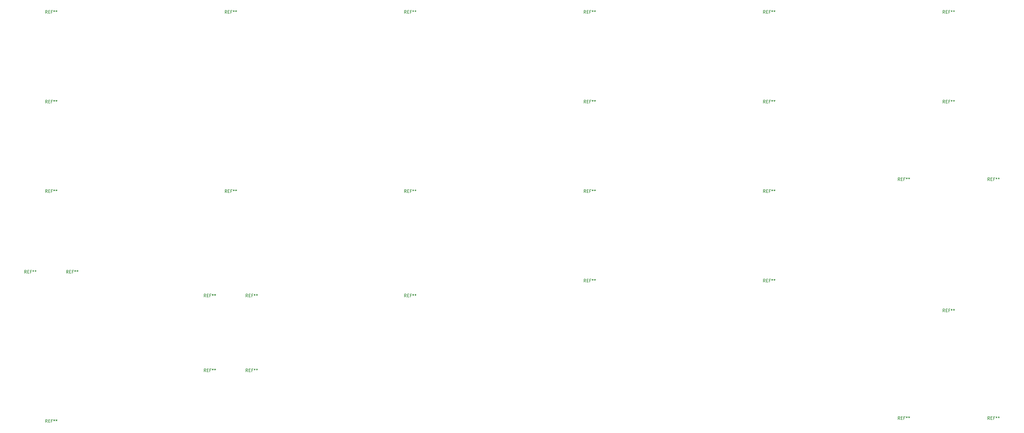
<source format=gbr>
%TF.GenerationSoftware,KiCad,Pcbnew,5.99.0+really5.1.10+dfsg1-1*%
%TF.CreationDate,2021-12-27T14:24:10+01:00*%
%TF.ProjectId,polykit-panel,706f6c79-6b69-4742-9d70-616e656c2e6b,v1.0.0*%
%TF.SameCoordinates,Original*%
%TF.FileFunction,Legend,Top*%
%TF.FilePolarity,Positive*%
%FSLAX46Y46*%
G04 Gerber Fmt 4.6, Leading zero omitted, Abs format (unit mm)*
G04 Created by KiCad (PCBNEW 5.99.0+really5.1.10+dfsg1-1) date 2021-12-27 14:24:10*
%MOMM*%
%LPD*%
G01*
G04 APERTURE LIST*
%ADD10C,0.150000*%
G04 APERTURE END LIST*
%TO.C,REF\u002A\u002A*%
D10*
X-93333333Y-152952380D02*
X-93666666Y-152476190D01*
X-93904761Y-152952380D02*
X-93904761Y-151952380D01*
X-93523809Y-151952380D01*
X-93428571Y-152000000D01*
X-93380952Y-152047619D01*
X-93333333Y-152142857D01*
X-93333333Y-152285714D01*
X-93380952Y-152380952D01*
X-93428571Y-152428571D01*
X-93523809Y-152476190D01*
X-93904761Y-152476190D01*
X-92904761Y-152428571D02*
X-92571428Y-152428571D01*
X-92428571Y-152952380D02*
X-92904761Y-152952380D01*
X-92904761Y-151952380D01*
X-92428571Y-151952380D01*
X-91666666Y-152428571D02*
X-92000000Y-152428571D01*
X-92000000Y-152952380D02*
X-92000000Y-151952380D01*
X-91523809Y-151952380D01*
X-91000000Y-151952380D02*
X-91000000Y-152190476D01*
X-91238095Y-152095238D02*
X-91000000Y-152190476D01*
X-90761904Y-152095238D01*
X-91142857Y-152380952D02*
X-91000000Y-152190476D01*
X-90857142Y-152380952D01*
X-90238095Y-151952380D02*
X-90238095Y-152190476D01*
X-90476190Y-152095238D02*
X-90238095Y-152190476D01*
X-90000000Y-152095238D01*
X-90380952Y-152380952D02*
X-90238095Y-152190476D01*
X-90095238Y-152380952D01*
X-33333333Y-185952380D02*
X-33666666Y-185476190D01*
X-33904761Y-185952380D02*
X-33904761Y-184952380D01*
X-33523809Y-184952380D01*
X-33428571Y-185000000D01*
X-33380952Y-185047619D01*
X-33333333Y-185142857D01*
X-33333333Y-185285714D01*
X-33380952Y-185380952D01*
X-33428571Y-185428571D01*
X-33523809Y-185476190D01*
X-33904761Y-185476190D01*
X-32904761Y-185428571D02*
X-32571428Y-185428571D01*
X-32428571Y-185952380D02*
X-32904761Y-185952380D01*
X-32904761Y-184952380D01*
X-32428571Y-184952380D01*
X-31666666Y-185428571D02*
X-32000000Y-185428571D01*
X-32000000Y-185952380D02*
X-32000000Y-184952380D01*
X-31523809Y-184952380D01*
X-31000000Y-184952380D02*
X-31000000Y-185190476D01*
X-31238095Y-185095238D02*
X-31000000Y-185190476D01*
X-30761904Y-185095238D01*
X-31142857Y-185380952D02*
X-31000000Y-185190476D01*
X-30857142Y-185380952D01*
X-30238095Y-184952380D02*
X-30238095Y-185190476D01*
X-30476190Y-185095238D02*
X-30238095Y-185190476D01*
X-30000000Y-185095238D01*
X-30380952Y-185380952D02*
X-30238095Y-185190476D01*
X-30095238Y-185380952D01*
X-33333333Y-160952380D02*
X-33666666Y-160476190D01*
X-33904761Y-160952380D02*
X-33904761Y-159952380D01*
X-33523809Y-159952380D01*
X-33428571Y-160000000D01*
X-33380952Y-160047619D01*
X-33333333Y-160142857D01*
X-33333333Y-160285714D01*
X-33380952Y-160380952D01*
X-33428571Y-160428571D01*
X-33523809Y-160476190D01*
X-33904761Y-160476190D01*
X-32904761Y-160428571D02*
X-32571428Y-160428571D01*
X-32428571Y-160952380D02*
X-32904761Y-160952380D01*
X-32904761Y-159952380D01*
X-32428571Y-159952380D01*
X-31666666Y-160428571D02*
X-32000000Y-160428571D01*
X-32000000Y-160952380D02*
X-32000000Y-159952380D01*
X-31523809Y-159952380D01*
X-31000000Y-159952380D02*
X-31000000Y-160190476D01*
X-31238095Y-160095238D02*
X-31000000Y-160190476D01*
X-30761904Y-160095238D01*
X-31142857Y-160380952D02*
X-31000000Y-160190476D01*
X-30857142Y-160380952D01*
X-30238095Y-159952380D02*
X-30238095Y-160190476D01*
X-30476190Y-160095238D02*
X-30238095Y-160190476D01*
X-30000000Y-160095238D01*
X-30380952Y-160380952D02*
X-30238095Y-160190476D01*
X-30095238Y-160380952D01*
X153666666Y-125952380D02*
X153333333Y-125476190D01*
X153095238Y-125952380D02*
X153095238Y-124952380D01*
X153476190Y-124952380D01*
X153571428Y-125000000D01*
X153619047Y-125047619D01*
X153666666Y-125142857D01*
X153666666Y-125285714D01*
X153619047Y-125380952D01*
X153571428Y-125428571D01*
X153476190Y-125476190D01*
X153095238Y-125476190D01*
X154095238Y-125428571D02*
X154428571Y-125428571D01*
X154571428Y-125952380D02*
X154095238Y-125952380D01*
X154095238Y-124952380D01*
X154571428Y-124952380D01*
X155333333Y-125428571D02*
X155000000Y-125428571D01*
X155000000Y-125952380D02*
X155000000Y-124952380D01*
X155476190Y-124952380D01*
X156000000Y-124952380D02*
X156000000Y-125190476D01*
X155761904Y-125095238D02*
X156000000Y-125190476D01*
X156238095Y-125095238D01*
X155857142Y-125380952D02*
X156000000Y-125190476D01*
X156142857Y-125380952D01*
X156761904Y-124952380D02*
X156761904Y-125190476D01*
X156523809Y-125095238D02*
X156761904Y-125190476D01*
X157000000Y-125095238D01*
X156619047Y-125380952D02*
X156761904Y-125190476D01*
X156904761Y-125380952D01*
X153666666Y-65952380D02*
X153333333Y-65476190D01*
X153095238Y-65952380D02*
X153095238Y-64952380D01*
X153476190Y-64952380D01*
X153571428Y-65000000D01*
X153619047Y-65047619D01*
X153666666Y-65142857D01*
X153666666Y-65285714D01*
X153619047Y-65380952D01*
X153571428Y-65428571D01*
X153476190Y-65476190D01*
X153095238Y-65476190D01*
X154095238Y-65428571D02*
X154428571Y-65428571D01*
X154571428Y-65952380D02*
X154095238Y-65952380D01*
X154095238Y-64952380D01*
X154571428Y-64952380D01*
X155333333Y-65428571D02*
X155000000Y-65428571D01*
X155000000Y-65952380D02*
X155000000Y-64952380D01*
X155476190Y-64952380D01*
X156000000Y-64952380D02*
X156000000Y-65190476D01*
X155761904Y-65095238D02*
X156000000Y-65190476D01*
X156238095Y-65095238D01*
X155857142Y-65380952D02*
X156000000Y-65190476D01*
X156142857Y-65380952D01*
X156761904Y-64952380D02*
X156761904Y-65190476D01*
X156523809Y-65095238D02*
X156761904Y-65190476D01*
X157000000Y-65095238D01*
X156619047Y-65380952D02*
X156761904Y-65190476D01*
X156904761Y-65380952D01*
X153666666Y-95952380D02*
X153333333Y-95476190D01*
X153095238Y-95952380D02*
X153095238Y-94952380D01*
X153476190Y-94952380D01*
X153571428Y-95000000D01*
X153619047Y-95047619D01*
X153666666Y-95142857D01*
X153666666Y-95285714D01*
X153619047Y-95380952D01*
X153571428Y-95428571D01*
X153476190Y-95476190D01*
X153095238Y-95476190D01*
X154095238Y-95428571D02*
X154428571Y-95428571D01*
X154571428Y-95952380D02*
X154095238Y-95952380D01*
X154095238Y-94952380D01*
X154571428Y-94952380D01*
X155333333Y-95428571D02*
X155000000Y-95428571D01*
X155000000Y-95952380D02*
X155000000Y-94952380D01*
X155476190Y-94952380D01*
X156000000Y-94952380D02*
X156000000Y-95190476D01*
X155761904Y-95095238D02*
X156000000Y-95190476D01*
X156238095Y-95095238D01*
X155857142Y-95380952D02*
X156000000Y-95190476D01*
X156142857Y-95380952D01*
X156761904Y-94952380D02*
X156761904Y-95190476D01*
X156523809Y-95095238D02*
X156761904Y-95190476D01*
X157000000Y-95095238D01*
X156619047Y-95380952D02*
X156761904Y-95190476D01*
X156904761Y-95380952D01*
X153666666Y-155952380D02*
X153333333Y-155476190D01*
X153095238Y-155952380D02*
X153095238Y-154952380D01*
X153476190Y-154952380D01*
X153571428Y-155000000D01*
X153619047Y-155047619D01*
X153666666Y-155142857D01*
X153666666Y-155285714D01*
X153619047Y-155380952D01*
X153571428Y-155428571D01*
X153476190Y-155476190D01*
X153095238Y-155476190D01*
X154095238Y-155428571D02*
X154428571Y-155428571D01*
X154571428Y-155952380D02*
X154095238Y-155952380D01*
X154095238Y-154952380D01*
X154571428Y-154952380D01*
X155333333Y-155428571D02*
X155000000Y-155428571D01*
X155000000Y-155952380D02*
X155000000Y-154952380D01*
X155476190Y-154952380D01*
X156000000Y-154952380D02*
X156000000Y-155190476D01*
X155761904Y-155095238D02*
X156000000Y-155190476D01*
X156238095Y-155095238D01*
X155857142Y-155380952D02*
X156000000Y-155190476D01*
X156142857Y-155380952D01*
X156761904Y-154952380D02*
X156761904Y-155190476D01*
X156523809Y-155095238D02*
X156761904Y-155190476D01*
X157000000Y-155095238D01*
X156619047Y-155380952D02*
X156761904Y-155190476D01*
X156904761Y-155380952D01*
X-19333333Y-185952380D02*
X-19666666Y-185476190D01*
X-19904761Y-185952380D02*
X-19904761Y-184952380D01*
X-19523809Y-184952380D01*
X-19428571Y-185000000D01*
X-19380952Y-185047619D01*
X-19333333Y-185142857D01*
X-19333333Y-185285714D01*
X-19380952Y-185380952D01*
X-19428571Y-185428571D01*
X-19523809Y-185476190D01*
X-19904761Y-185476190D01*
X-18904761Y-185428571D02*
X-18571428Y-185428571D01*
X-18428571Y-185952380D02*
X-18904761Y-185952380D01*
X-18904761Y-184952380D01*
X-18428571Y-184952380D01*
X-17666666Y-185428571D02*
X-18000000Y-185428571D01*
X-18000000Y-185952380D02*
X-18000000Y-184952380D01*
X-17523809Y-184952380D01*
X-17000000Y-184952380D02*
X-17000000Y-185190476D01*
X-17238095Y-185095238D02*
X-17000000Y-185190476D01*
X-16761904Y-185095238D01*
X-17142857Y-185380952D02*
X-17000000Y-185190476D01*
X-16857142Y-185380952D01*
X-16238095Y-184952380D02*
X-16238095Y-185190476D01*
X-16476190Y-185095238D02*
X-16238095Y-185190476D01*
X-16000000Y-185095238D01*
X-16380952Y-185380952D02*
X-16238095Y-185190476D01*
X-16095238Y-185380952D01*
X-19333333Y-160952380D02*
X-19666666Y-160476190D01*
X-19904761Y-160952380D02*
X-19904761Y-159952380D01*
X-19523809Y-159952380D01*
X-19428571Y-160000000D01*
X-19380952Y-160047619D01*
X-19333333Y-160142857D01*
X-19333333Y-160285714D01*
X-19380952Y-160380952D01*
X-19428571Y-160428571D01*
X-19523809Y-160476190D01*
X-19904761Y-160476190D01*
X-18904761Y-160428571D02*
X-18571428Y-160428571D01*
X-18428571Y-160952380D02*
X-18904761Y-160952380D01*
X-18904761Y-159952380D01*
X-18428571Y-159952380D01*
X-17666666Y-160428571D02*
X-18000000Y-160428571D01*
X-18000000Y-160952380D02*
X-18000000Y-159952380D01*
X-17523809Y-159952380D01*
X-17000000Y-159952380D02*
X-17000000Y-160190476D01*
X-17238095Y-160095238D02*
X-17000000Y-160190476D01*
X-16761904Y-160095238D01*
X-17142857Y-160380952D02*
X-17000000Y-160190476D01*
X-16857142Y-160380952D01*
X-16238095Y-159952380D02*
X-16238095Y-160190476D01*
X-16476190Y-160095238D02*
X-16238095Y-160190476D01*
X-16000000Y-160095238D01*
X-16380952Y-160380952D02*
X-16238095Y-160190476D01*
X-16095238Y-160380952D01*
X198666666Y-201952380D02*
X198333333Y-201476190D01*
X198095238Y-201952380D02*
X198095238Y-200952380D01*
X198476190Y-200952380D01*
X198571428Y-201000000D01*
X198619047Y-201047619D01*
X198666666Y-201142857D01*
X198666666Y-201285714D01*
X198619047Y-201380952D01*
X198571428Y-201428571D01*
X198476190Y-201476190D01*
X198095238Y-201476190D01*
X199095238Y-201428571D02*
X199428571Y-201428571D01*
X199571428Y-201952380D02*
X199095238Y-201952380D01*
X199095238Y-200952380D01*
X199571428Y-200952380D01*
X200333333Y-201428571D02*
X200000000Y-201428571D01*
X200000000Y-201952380D02*
X200000000Y-200952380D01*
X200476190Y-200952380D01*
X201000000Y-200952380D02*
X201000000Y-201190476D01*
X200761904Y-201095238D02*
X201000000Y-201190476D01*
X201238095Y-201095238D01*
X200857142Y-201380952D02*
X201000000Y-201190476D01*
X201142857Y-201380952D01*
X201761904Y-200952380D02*
X201761904Y-201190476D01*
X201523809Y-201095238D02*
X201761904Y-201190476D01*
X202000000Y-201095238D01*
X201619047Y-201380952D02*
X201761904Y-201190476D01*
X201904761Y-201380952D01*
X228666666Y-201952380D02*
X228333333Y-201476190D01*
X228095238Y-201952380D02*
X228095238Y-200952380D01*
X228476190Y-200952380D01*
X228571428Y-201000000D01*
X228619047Y-201047619D01*
X228666666Y-201142857D01*
X228666666Y-201285714D01*
X228619047Y-201380952D01*
X228571428Y-201428571D01*
X228476190Y-201476190D01*
X228095238Y-201476190D01*
X229095238Y-201428571D02*
X229428571Y-201428571D01*
X229571428Y-201952380D02*
X229095238Y-201952380D01*
X229095238Y-200952380D01*
X229571428Y-200952380D01*
X230333333Y-201428571D02*
X230000000Y-201428571D01*
X230000000Y-201952380D02*
X230000000Y-200952380D01*
X230476190Y-200952380D01*
X231000000Y-200952380D02*
X231000000Y-201190476D01*
X230761904Y-201095238D02*
X231000000Y-201190476D01*
X231238095Y-201095238D01*
X230857142Y-201380952D02*
X231000000Y-201190476D01*
X231142857Y-201380952D01*
X231761904Y-200952380D02*
X231761904Y-201190476D01*
X231523809Y-201095238D02*
X231761904Y-201190476D01*
X232000000Y-201095238D01*
X231619047Y-201380952D02*
X231761904Y-201190476D01*
X231904761Y-201380952D01*
X228666666Y-121952380D02*
X228333333Y-121476190D01*
X228095238Y-121952380D02*
X228095238Y-120952380D01*
X228476190Y-120952380D01*
X228571428Y-121000000D01*
X228619047Y-121047619D01*
X228666666Y-121142857D01*
X228666666Y-121285714D01*
X228619047Y-121380952D01*
X228571428Y-121428571D01*
X228476190Y-121476190D01*
X228095238Y-121476190D01*
X229095238Y-121428571D02*
X229428571Y-121428571D01*
X229571428Y-121952380D02*
X229095238Y-121952380D01*
X229095238Y-120952380D01*
X229571428Y-120952380D01*
X230333333Y-121428571D02*
X230000000Y-121428571D01*
X230000000Y-121952380D02*
X230000000Y-120952380D01*
X230476190Y-120952380D01*
X231000000Y-120952380D02*
X231000000Y-121190476D01*
X230761904Y-121095238D02*
X231000000Y-121190476D01*
X231238095Y-121095238D01*
X230857142Y-121380952D02*
X231000000Y-121190476D01*
X231142857Y-121380952D01*
X231761904Y-120952380D02*
X231761904Y-121190476D01*
X231523809Y-121095238D02*
X231761904Y-121190476D01*
X232000000Y-121095238D01*
X231619047Y-121380952D02*
X231761904Y-121190476D01*
X231904761Y-121380952D01*
X213666666Y-165952380D02*
X213333333Y-165476190D01*
X213095238Y-165952380D02*
X213095238Y-164952380D01*
X213476190Y-164952380D01*
X213571428Y-165000000D01*
X213619047Y-165047619D01*
X213666666Y-165142857D01*
X213666666Y-165285714D01*
X213619047Y-165380952D01*
X213571428Y-165428571D01*
X213476190Y-165476190D01*
X213095238Y-165476190D01*
X214095238Y-165428571D02*
X214428571Y-165428571D01*
X214571428Y-165952380D02*
X214095238Y-165952380D01*
X214095238Y-164952380D01*
X214571428Y-164952380D01*
X215333333Y-165428571D02*
X215000000Y-165428571D01*
X215000000Y-165952380D02*
X215000000Y-164952380D01*
X215476190Y-164952380D01*
X216000000Y-164952380D02*
X216000000Y-165190476D01*
X215761904Y-165095238D02*
X216000000Y-165190476D01*
X216238095Y-165095238D01*
X215857142Y-165380952D02*
X216000000Y-165190476D01*
X216142857Y-165380952D01*
X216761904Y-164952380D02*
X216761904Y-165190476D01*
X216523809Y-165095238D02*
X216761904Y-165190476D01*
X217000000Y-165095238D01*
X216619047Y-165380952D02*
X216761904Y-165190476D01*
X216904761Y-165380952D01*
X198666666Y-121952380D02*
X198333333Y-121476190D01*
X198095238Y-121952380D02*
X198095238Y-120952380D01*
X198476190Y-120952380D01*
X198571428Y-121000000D01*
X198619047Y-121047619D01*
X198666666Y-121142857D01*
X198666666Y-121285714D01*
X198619047Y-121380952D01*
X198571428Y-121428571D01*
X198476190Y-121476190D01*
X198095238Y-121476190D01*
X199095238Y-121428571D02*
X199428571Y-121428571D01*
X199571428Y-121952380D02*
X199095238Y-121952380D01*
X199095238Y-120952380D01*
X199571428Y-120952380D01*
X200333333Y-121428571D02*
X200000000Y-121428571D01*
X200000000Y-121952380D02*
X200000000Y-120952380D01*
X200476190Y-120952380D01*
X201000000Y-120952380D02*
X201000000Y-121190476D01*
X200761904Y-121095238D02*
X201000000Y-121190476D01*
X201238095Y-121095238D01*
X200857142Y-121380952D02*
X201000000Y-121190476D01*
X201142857Y-121380952D01*
X201761904Y-120952380D02*
X201761904Y-121190476D01*
X201523809Y-121095238D02*
X201761904Y-121190476D01*
X202000000Y-121095238D01*
X201619047Y-121380952D02*
X201761904Y-121190476D01*
X201904761Y-121380952D01*
X33666666Y-160952380D02*
X33333333Y-160476190D01*
X33095238Y-160952380D02*
X33095238Y-159952380D01*
X33476190Y-159952380D01*
X33571428Y-160000000D01*
X33619047Y-160047619D01*
X33666666Y-160142857D01*
X33666666Y-160285714D01*
X33619047Y-160380952D01*
X33571428Y-160428571D01*
X33476190Y-160476190D01*
X33095238Y-160476190D01*
X34095238Y-160428571D02*
X34428571Y-160428571D01*
X34571428Y-160952380D02*
X34095238Y-160952380D01*
X34095238Y-159952380D01*
X34571428Y-159952380D01*
X35333333Y-160428571D02*
X35000000Y-160428571D01*
X35000000Y-160952380D02*
X35000000Y-159952380D01*
X35476190Y-159952380D01*
X36000000Y-159952380D02*
X36000000Y-160190476D01*
X35761904Y-160095238D02*
X36000000Y-160190476D01*
X36238095Y-160095238D01*
X35857142Y-160380952D02*
X36000000Y-160190476D01*
X36142857Y-160380952D01*
X36761904Y-159952380D02*
X36761904Y-160190476D01*
X36523809Y-160095238D02*
X36761904Y-160190476D01*
X37000000Y-160095238D01*
X36619047Y-160380952D02*
X36761904Y-160190476D01*
X36904761Y-160380952D01*
X-79333333Y-152952380D02*
X-79666666Y-152476190D01*
X-79904761Y-152952380D02*
X-79904761Y-151952380D01*
X-79523809Y-151952380D01*
X-79428571Y-152000000D01*
X-79380952Y-152047619D01*
X-79333333Y-152142857D01*
X-79333333Y-152285714D01*
X-79380952Y-152380952D01*
X-79428571Y-152428571D01*
X-79523809Y-152476190D01*
X-79904761Y-152476190D01*
X-78904761Y-152428571D02*
X-78571428Y-152428571D01*
X-78428571Y-152952380D02*
X-78904761Y-152952380D01*
X-78904761Y-151952380D01*
X-78428571Y-151952380D01*
X-77666666Y-152428571D02*
X-78000000Y-152428571D01*
X-78000000Y-152952380D02*
X-78000000Y-151952380D01*
X-77523809Y-151952380D01*
X-77000000Y-151952380D02*
X-77000000Y-152190476D01*
X-77238095Y-152095238D02*
X-77000000Y-152190476D01*
X-76761904Y-152095238D01*
X-77142857Y-152380952D02*
X-77000000Y-152190476D01*
X-76857142Y-152380952D01*
X-76238095Y-151952380D02*
X-76238095Y-152190476D01*
X-76476190Y-152095238D02*
X-76238095Y-152190476D01*
X-76000000Y-152095238D01*
X-76380952Y-152380952D02*
X-76238095Y-152190476D01*
X-76095238Y-152380952D01*
X33666666Y-65952380D02*
X33333333Y-65476190D01*
X33095238Y-65952380D02*
X33095238Y-64952380D01*
X33476190Y-64952380D01*
X33571428Y-65000000D01*
X33619047Y-65047619D01*
X33666666Y-65142857D01*
X33666666Y-65285714D01*
X33619047Y-65380952D01*
X33571428Y-65428571D01*
X33476190Y-65476190D01*
X33095238Y-65476190D01*
X34095238Y-65428571D02*
X34428571Y-65428571D01*
X34571428Y-65952380D02*
X34095238Y-65952380D01*
X34095238Y-64952380D01*
X34571428Y-64952380D01*
X35333333Y-65428571D02*
X35000000Y-65428571D01*
X35000000Y-65952380D02*
X35000000Y-64952380D01*
X35476190Y-64952380D01*
X36000000Y-64952380D02*
X36000000Y-65190476D01*
X35761904Y-65095238D02*
X36000000Y-65190476D01*
X36238095Y-65095238D01*
X35857142Y-65380952D02*
X36000000Y-65190476D01*
X36142857Y-65380952D01*
X36761904Y-64952380D02*
X36761904Y-65190476D01*
X36523809Y-65095238D02*
X36761904Y-65190476D01*
X37000000Y-65095238D01*
X36619047Y-65380952D02*
X36761904Y-65190476D01*
X36904761Y-65380952D01*
X33666666Y-125952380D02*
X33333333Y-125476190D01*
X33095238Y-125952380D02*
X33095238Y-124952380D01*
X33476190Y-124952380D01*
X33571428Y-125000000D01*
X33619047Y-125047619D01*
X33666666Y-125142857D01*
X33666666Y-125285714D01*
X33619047Y-125380952D01*
X33571428Y-125428571D01*
X33476190Y-125476190D01*
X33095238Y-125476190D01*
X34095238Y-125428571D02*
X34428571Y-125428571D01*
X34571428Y-125952380D02*
X34095238Y-125952380D01*
X34095238Y-124952380D01*
X34571428Y-124952380D01*
X35333333Y-125428571D02*
X35000000Y-125428571D01*
X35000000Y-125952380D02*
X35000000Y-124952380D01*
X35476190Y-124952380D01*
X36000000Y-124952380D02*
X36000000Y-125190476D01*
X35761904Y-125095238D02*
X36000000Y-125190476D01*
X36238095Y-125095238D01*
X35857142Y-125380952D02*
X36000000Y-125190476D01*
X36142857Y-125380952D01*
X36761904Y-124952380D02*
X36761904Y-125190476D01*
X36523809Y-125095238D02*
X36761904Y-125190476D01*
X37000000Y-125095238D01*
X36619047Y-125380952D02*
X36761904Y-125190476D01*
X36904761Y-125380952D01*
X-26333333Y-65952380D02*
X-26666666Y-65476190D01*
X-26904761Y-65952380D02*
X-26904761Y-64952380D01*
X-26523809Y-64952380D01*
X-26428571Y-65000000D01*
X-26380952Y-65047619D01*
X-26333333Y-65142857D01*
X-26333333Y-65285714D01*
X-26380952Y-65380952D01*
X-26428571Y-65428571D01*
X-26523809Y-65476190D01*
X-26904761Y-65476190D01*
X-25904761Y-65428571D02*
X-25571428Y-65428571D01*
X-25428571Y-65952380D02*
X-25904761Y-65952380D01*
X-25904761Y-64952380D01*
X-25428571Y-64952380D01*
X-24666666Y-65428571D02*
X-25000000Y-65428571D01*
X-25000000Y-65952380D02*
X-25000000Y-64952380D01*
X-24523809Y-64952380D01*
X-24000000Y-64952380D02*
X-24000000Y-65190476D01*
X-24238095Y-65095238D02*
X-24000000Y-65190476D01*
X-23761904Y-65095238D01*
X-24142857Y-65380952D02*
X-24000000Y-65190476D01*
X-23857142Y-65380952D01*
X-23238095Y-64952380D02*
X-23238095Y-65190476D01*
X-23476190Y-65095238D02*
X-23238095Y-65190476D01*
X-23000000Y-65095238D01*
X-23380952Y-65380952D02*
X-23238095Y-65190476D01*
X-23095238Y-65380952D01*
X-26333333Y-125952380D02*
X-26666666Y-125476190D01*
X-26904761Y-125952380D02*
X-26904761Y-124952380D01*
X-26523809Y-124952380D01*
X-26428571Y-125000000D01*
X-26380952Y-125047619D01*
X-26333333Y-125142857D01*
X-26333333Y-125285714D01*
X-26380952Y-125380952D01*
X-26428571Y-125428571D01*
X-26523809Y-125476190D01*
X-26904761Y-125476190D01*
X-25904761Y-125428571D02*
X-25571428Y-125428571D01*
X-25428571Y-125952380D02*
X-25904761Y-125952380D01*
X-25904761Y-124952380D01*
X-25428571Y-124952380D01*
X-24666666Y-125428571D02*
X-25000000Y-125428571D01*
X-25000000Y-125952380D02*
X-25000000Y-124952380D01*
X-24523809Y-124952380D01*
X-24000000Y-124952380D02*
X-24000000Y-125190476D01*
X-24238095Y-125095238D02*
X-24000000Y-125190476D01*
X-23761904Y-125095238D01*
X-24142857Y-125380952D02*
X-24000000Y-125190476D01*
X-23857142Y-125380952D01*
X-23238095Y-124952380D02*
X-23238095Y-125190476D01*
X-23476190Y-125095238D02*
X-23238095Y-125190476D01*
X-23000000Y-125095238D01*
X-23380952Y-125380952D02*
X-23238095Y-125190476D01*
X-23095238Y-125380952D01*
X213666666Y-65952380D02*
X213333333Y-65476190D01*
X213095238Y-65952380D02*
X213095238Y-64952380D01*
X213476190Y-64952380D01*
X213571428Y-65000000D01*
X213619047Y-65047619D01*
X213666666Y-65142857D01*
X213666666Y-65285714D01*
X213619047Y-65380952D01*
X213571428Y-65428571D01*
X213476190Y-65476190D01*
X213095238Y-65476190D01*
X214095238Y-65428571D02*
X214428571Y-65428571D01*
X214571428Y-65952380D02*
X214095238Y-65952380D01*
X214095238Y-64952380D01*
X214571428Y-64952380D01*
X215333333Y-65428571D02*
X215000000Y-65428571D01*
X215000000Y-65952380D02*
X215000000Y-64952380D01*
X215476190Y-64952380D01*
X216000000Y-64952380D02*
X216000000Y-65190476D01*
X215761904Y-65095238D02*
X216000000Y-65190476D01*
X216238095Y-65095238D01*
X215857142Y-65380952D02*
X216000000Y-65190476D01*
X216142857Y-65380952D01*
X216761904Y-64952380D02*
X216761904Y-65190476D01*
X216523809Y-65095238D02*
X216761904Y-65190476D01*
X217000000Y-65095238D01*
X216619047Y-65380952D02*
X216761904Y-65190476D01*
X216904761Y-65380952D01*
X213666666Y-95952380D02*
X213333333Y-95476190D01*
X213095238Y-95952380D02*
X213095238Y-94952380D01*
X213476190Y-94952380D01*
X213571428Y-95000000D01*
X213619047Y-95047619D01*
X213666666Y-95142857D01*
X213666666Y-95285714D01*
X213619047Y-95380952D01*
X213571428Y-95428571D01*
X213476190Y-95476190D01*
X213095238Y-95476190D01*
X214095238Y-95428571D02*
X214428571Y-95428571D01*
X214571428Y-95952380D02*
X214095238Y-95952380D01*
X214095238Y-94952380D01*
X214571428Y-94952380D01*
X215333333Y-95428571D02*
X215000000Y-95428571D01*
X215000000Y-95952380D02*
X215000000Y-94952380D01*
X215476190Y-94952380D01*
X216000000Y-94952380D02*
X216000000Y-95190476D01*
X215761904Y-95095238D02*
X216000000Y-95190476D01*
X216238095Y-95095238D01*
X215857142Y-95380952D02*
X216000000Y-95190476D01*
X216142857Y-95380952D01*
X216761904Y-94952380D02*
X216761904Y-95190476D01*
X216523809Y-95095238D02*
X216761904Y-95190476D01*
X217000000Y-95095238D01*
X216619047Y-95380952D02*
X216761904Y-95190476D01*
X216904761Y-95380952D01*
X93666666Y-155952380D02*
X93333333Y-155476190D01*
X93095238Y-155952380D02*
X93095238Y-154952380D01*
X93476190Y-154952380D01*
X93571428Y-155000000D01*
X93619047Y-155047619D01*
X93666666Y-155142857D01*
X93666666Y-155285714D01*
X93619047Y-155380952D01*
X93571428Y-155428571D01*
X93476190Y-155476190D01*
X93095238Y-155476190D01*
X94095238Y-155428571D02*
X94428571Y-155428571D01*
X94571428Y-155952380D02*
X94095238Y-155952380D01*
X94095238Y-154952380D01*
X94571428Y-154952380D01*
X95333333Y-155428571D02*
X95000000Y-155428571D01*
X95000000Y-155952380D02*
X95000000Y-154952380D01*
X95476190Y-154952380D01*
X96000000Y-154952380D02*
X96000000Y-155190476D01*
X95761904Y-155095238D02*
X96000000Y-155190476D01*
X96238095Y-155095238D01*
X95857142Y-155380952D02*
X96000000Y-155190476D01*
X96142857Y-155380952D01*
X96761904Y-154952380D02*
X96761904Y-155190476D01*
X96523809Y-155095238D02*
X96761904Y-155190476D01*
X97000000Y-155095238D01*
X96619047Y-155380952D02*
X96761904Y-155190476D01*
X96904761Y-155380952D01*
X93666666Y-125952380D02*
X93333333Y-125476190D01*
X93095238Y-125952380D02*
X93095238Y-124952380D01*
X93476190Y-124952380D01*
X93571428Y-125000000D01*
X93619047Y-125047619D01*
X93666666Y-125142857D01*
X93666666Y-125285714D01*
X93619047Y-125380952D01*
X93571428Y-125428571D01*
X93476190Y-125476190D01*
X93095238Y-125476190D01*
X94095238Y-125428571D02*
X94428571Y-125428571D01*
X94571428Y-125952380D02*
X94095238Y-125952380D01*
X94095238Y-124952380D01*
X94571428Y-124952380D01*
X95333333Y-125428571D02*
X95000000Y-125428571D01*
X95000000Y-125952380D02*
X95000000Y-124952380D01*
X95476190Y-124952380D01*
X96000000Y-124952380D02*
X96000000Y-125190476D01*
X95761904Y-125095238D02*
X96000000Y-125190476D01*
X96238095Y-125095238D01*
X95857142Y-125380952D02*
X96000000Y-125190476D01*
X96142857Y-125380952D01*
X96761904Y-124952380D02*
X96761904Y-125190476D01*
X96523809Y-125095238D02*
X96761904Y-125190476D01*
X97000000Y-125095238D01*
X96619047Y-125380952D02*
X96761904Y-125190476D01*
X96904761Y-125380952D01*
X93666666Y-65952380D02*
X93333333Y-65476190D01*
X93095238Y-65952380D02*
X93095238Y-64952380D01*
X93476190Y-64952380D01*
X93571428Y-65000000D01*
X93619047Y-65047619D01*
X93666666Y-65142857D01*
X93666666Y-65285714D01*
X93619047Y-65380952D01*
X93571428Y-65428571D01*
X93476190Y-65476190D01*
X93095238Y-65476190D01*
X94095238Y-65428571D02*
X94428571Y-65428571D01*
X94571428Y-65952380D02*
X94095238Y-65952380D01*
X94095238Y-64952380D01*
X94571428Y-64952380D01*
X95333333Y-65428571D02*
X95000000Y-65428571D01*
X95000000Y-65952380D02*
X95000000Y-64952380D01*
X95476190Y-64952380D01*
X96000000Y-64952380D02*
X96000000Y-65190476D01*
X95761904Y-65095238D02*
X96000000Y-65190476D01*
X96238095Y-65095238D01*
X95857142Y-65380952D02*
X96000000Y-65190476D01*
X96142857Y-65380952D01*
X96761904Y-64952380D02*
X96761904Y-65190476D01*
X96523809Y-65095238D02*
X96761904Y-65190476D01*
X97000000Y-65095238D01*
X96619047Y-65380952D02*
X96761904Y-65190476D01*
X96904761Y-65380952D01*
X93666666Y-95952380D02*
X93333333Y-95476190D01*
X93095238Y-95952380D02*
X93095238Y-94952380D01*
X93476190Y-94952380D01*
X93571428Y-95000000D01*
X93619047Y-95047619D01*
X93666666Y-95142857D01*
X93666666Y-95285714D01*
X93619047Y-95380952D01*
X93571428Y-95428571D01*
X93476190Y-95476190D01*
X93095238Y-95476190D01*
X94095238Y-95428571D02*
X94428571Y-95428571D01*
X94571428Y-95952380D02*
X94095238Y-95952380D01*
X94095238Y-94952380D01*
X94571428Y-94952380D01*
X95333333Y-95428571D02*
X95000000Y-95428571D01*
X95000000Y-95952380D02*
X95000000Y-94952380D01*
X95476190Y-94952380D01*
X96000000Y-94952380D02*
X96000000Y-95190476D01*
X95761904Y-95095238D02*
X96000000Y-95190476D01*
X96238095Y-95095238D01*
X95857142Y-95380952D02*
X96000000Y-95190476D01*
X96142857Y-95380952D01*
X96761904Y-94952380D02*
X96761904Y-95190476D01*
X96523809Y-95095238D02*
X96761904Y-95190476D01*
X97000000Y-95095238D01*
X96619047Y-95380952D02*
X96761904Y-95190476D01*
X96904761Y-95380952D01*
X-86333333Y-125952380D02*
X-86666666Y-125476190D01*
X-86904761Y-125952380D02*
X-86904761Y-124952380D01*
X-86523809Y-124952380D01*
X-86428571Y-125000000D01*
X-86380952Y-125047619D01*
X-86333333Y-125142857D01*
X-86333333Y-125285714D01*
X-86380952Y-125380952D01*
X-86428571Y-125428571D01*
X-86523809Y-125476190D01*
X-86904761Y-125476190D01*
X-85904761Y-125428571D02*
X-85571428Y-125428571D01*
X-85428571Y-125952380D02*
X-85904761Y-125952380D01*
X-85904761Y-124952380D01*
X-85428571Y-124952380D01*
X-84666666Y-125428571D02*
X-85000000Y-125428571D01*
X-85000000Y-125952380D02*
X-85000000Y-124952380D01*
X-84523809Y-124952380D01*
X-84000000Y-124952380D02*
X-84000000Y-125190476D01*
X-84238095Y-125095238D02*
X-84000000Y-125190476D01*
X-83761904Y-125095238D01*
X-84142857Y-125380952D02*
X-84000000Y-125190476D01*
X-83857142Y-125380952D01*
X-83238095Y-124952380D02*
X-83238095Y-125190476D01*
X-83476190Y-125095238D02*
X-83238095Y-125190476D01*
X-83000000Y-125095238D01*
X-83380952Y-125380952D02*
X-83238095Y-125190476D01*
X-83095238Y-125380952D01*
X-86333333Y-95952380D02*
X-86666666Y-95476190D01*
X-86904761Y-95952380D02*
X-86904761Y-94952380D01*
X-86523809Y-94952380D01*
X-86428571Y-95000000D01*
X-86380952Y-95047619D01*
X-86333333Y-95142857D01*
X-86333333Y-95285714D01*
X-86380952Y-95380952D01*
X-86428571Y-95428571D01*
X-86523809Y-95476190D01*
X-86904761Y-95476190D01*
X-85904761Y-95428571D02*
X-85571428Y-95428571D01*
X-85428571Y-95952380D02*
X-85904761Y-95952380D01*
X-85904761Y-94952380D01*
X-85428571Y-94952380D01*
X-84666666Y-95428571D02*
X-85000000Y-95428571D01*
X-85000000Y-95952380D02*
X-85000000Y-94952380D01*
X-84523809Y-94952380D01*
X-84000000Y-94952380D02*
X-84000000Y-95190476D01*
X-84238095Y-95095238D02*
X-84000000Y-95190476D01*
X-83761904Y-95095238D01*
X-84142857Y-95380952D02*
X-84000000Y-95190476D01*
X-83857142Y-95380952D01*
X-83238095Y-94952380D02*
X-83238095Y-95190476D01*
X-83476190Y-95095238D02*
X-83238095Y-95190476D01*
X-83000000Y-95095238D01*
X-83380952Y-95380952D02*
X-83238095Y-95190476D01*
X-83095238Y-95380952D01*
X-86333333Y-65952380D02*
X-86666666Y-65476190D01*
X-86904761Y-65952380D02*
X-86904761Y-64952380D01*
X-86523809Y-64952380D01*
X-86428571Y-65000000D01*
X-86380952Y-65047619D01*
X-86333333Y-65142857D01*
X-86333333Y-65285714D01*
X-86380952Y-65380952D01*
X-86428571Y-65428571D01*
X-86523809Y-65476190D01*
X-86904761Y-65476190D01*
X-85904761Y-65428571D02*
X-85571428Y-65428571D01*
X-85428571Y-65952380D02*
X-85904761Y-65952380D01*
X-85904761Y-64952380D01*
X-85428571Y-64952380D01*
X-84666666Y-65428571D02*
X-85000000Y-65428571D01*
X-85000000Y-65952380D02*
X-85000000Y-64952380D01*
X-84523809Y-64952380D01*
X-84000000Y-64952380D02*
X-84000000Y-65190476D01*
X-84238095Y-65095238D02*
X-84000000Y-65190476D01*
X-83761904Y-65095238D01*
X-84142857Y-65380952D02*
X-84000000Y-65190476D01*
X-83857142Y-65380952D01*
X-83238095Y-64952380D02*
X-83238095Y-65190476D01*
X-83476190Y-65095238D02*
X-83238095Y-65190476D01*
X-83000000Y-65095238D01*
X-83380952Y-65380952D02*
X-83238095Y-65190476D01*
X-83095238Y-65380952D01*
X-86333333Y-202952380D02*
X-86666666Y-202476190D01*
X-86904761Y-202952380D02*
X-86904761Y-201952380D01*
X-86523809Y-201952380D01*
X-86428571Y-202000000D01*
X-86380952Y-202047619D01*
X-86333333Y-202142857D01*
X-86333333Y-202285714D01*
X-86380952Y-202380952D01*
X-86428571Y-202428571D01*
X-86523809Y-202476190D01*
X-86904761Y-202476190D01*
X-85904761Y-202428571D02*
X-85571428Y-202428571D01*
X-85428571Y-202952380D02*
X-85904761Y-202952380D01*
X-85904761Y-201952380D01*
X-85428571Y-201952380D01*
X-84666666Y-202428571D02*
X-85000000Y-202428571D01*
X-85000000Y-202952380D02*
X-85000000Y-201952380D01*
X-84523809Y-201952380D01*
X-84000000Y-201952380D02*
X-84000000Y-202190476D01*
X-84238095Y-202095238D02*
X-84000000Y-202190476D01*
X-83761904Y-202095238D01*
X-84142857Y-202380952D02*
X-84000000Y-202190476D01*
X-83857142Y-202380952D01*
X-83238095Y-201952380D02*
X-83238095Y-202190476D01*
X-83476190Y-202095238D02*
X-83238095Y-202190476D01*
X-83000000Y-202095238D01*
X-83380952Y-202380952D02*
X-83238095Y-202190476D01*
X-83095238Y-202380952D01*
%TD*%
M02*

</source>
